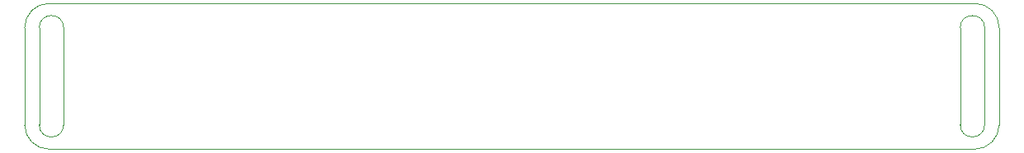
<source format=gbr>
%TF.GenerationSoftware,KiCad,Pcbnew,9.0.0*%
%TF.CreationDate,2025-06-20T16:33:02-04:00*%
%TF.ProjectId,proyecto_2_modulo,70726f79-6563-4746-9f5f-325f6d6f6475,rev?*%
%TF.SameCoordinates,Original*%
%TF.FileFunction,Profile,NP*%
%FSLAX46Y46*%
G04 Gerber Fmt 4.6, Leading zero omitted, Abs format (unit mm)*
G04 Created by KiCad (PCBNEW 9.0.0) date 2025-06-20 16:33:02*
%MOMM*%
%LPD*%
G01*
G04 APERTURE LIST*
%TA.AperFunction,Profile*%
%ADD10C,0.050000*%
%TD*%
G04 APERTURE END LIST*
D10*
X147500000Y-40000000D02*
X52500000Y-40000000D01*
X50000000Y-27500000D02*
G75*
G02*
X52500000Y-25000000I2500000J0D01*
G01*
X52500000Y-25000000D02*
X147500000Y-25000000D01*
X54000000Y-37500000D02*
G75*
G02*
X51500000Y-37500000I-1250000J0D01*
G01*
X146000000Y-27500000D02*
G75*
G02*
X148500000Y-27500000I1250000J0D01*
G01*
X150000000Y-27500000D02*
X150000000Y-37500000D01*
X52500000Y-40000000D02*
G75*
G02*
X50000000Y-37500000I0J2500000D01*
G01*
X51500000Y-27500000D02*
G75*
G02*
X54000000Y-27500000I1250000J0D01*
G01*
X54000000Y-37500000D02*
X54000000Y-27500000D01*
X146000000Y-27500000D02*
X146000000Y-37500000D01*
X150000000Y-37500000D02*
G75*
G02*
X147500000Y-40000000I-2500000J0D01*
G01*
X148500000Y-37500000D02*
X148500000Y-27500000D01*
X148500000Y-37500000D02*
G75*
G02*
X146000000Y-37500000I-1250000J0D01*
G01*
X147500000Y-25000000D02*
G75*
G02*
X150000000Y-27500000I0J-2500000D01*
G01*
X51500000Y-27500000D02*
X51500000Y-37500000D01*
X50000000Y-37500000D02*
X50000000Y-27500000D01*
M02*

</source>
